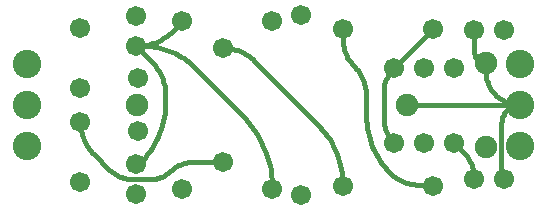
<source format=gtl>
G75*
G70*
%OFA0B0*%
%FSLAX24Y24*%
%IPPOS*%
%LPD*%
%AMOC8*
5,1,8,0,0,1.08239X$1,22.5*
%
%ADD10C,0.0670*%
%ADD11C,0.0750*%
%ADD12C,0.0950*%
%ADD13C,0.0160*%
D10*
X003565Y000970D03*
X005415Y000584D03*
X006966Y000730D03*
X005415Y001584D03*
X008301Y001654D03*
X009966Y000730D03*
X010927Y000545D03*
X012320Y000848D03*
X015320Y000848D03*
X016687Y001084D03*
X017687Y001084D03*
X016002Y002293D03*
X015002Y002293D03*
X014002Y002293D03*
X014002Y004773D03*
X015002Y004773D03*
X016002Y004773D03*
X016687Y006045D03*
X017687Y006045D03*
X015320Y006065D03*
X012320Y006065D03*
X010927Y006545D03*
X009966Y006340D03*
X008301Y005456D03*
X006966Y006340D03*
X005415Y006506D03*
X003565Y006120D03*
X005415Y005506D03*
X005482Y004429D03*
X003565Y004120D03*
X003565Y002970D03*
X005482Y002680D03*
D11*
X005462Y003545D03*
X014462Y003545D03*
X017069Y002135D03*
X017069Y004954D03*
D12*
X018210Y004923D03*
X018210Y003545D03*
X018210Y002167D03*
X001793Y002167D03*
X001793Y003545D03*
X001793Y004923D03*
D13*
X005937Y004983D02*
X005990Y004927D01*
X006041Y004868D01*
X006089Y004807D01*
X006133Y004744D01*
X006175Y004679D01*
X006213Y004611D01*
X006248Y004542D01*
X006279Y004471D01*
X006307Y004399D01*
X006331Y004326D01*
X006352Y004251D01*
X006369Y004176D01*
X006382Y004099D01*
X006391Y004023D01*
X006397Y003945D01*
X006399Y003868D01*
X006399Y003704D01*
X007330Y004829D02*
X007253Y004902D01*
X007173Y004972D01*
X007089Y005038D01*
X007003Y005101D01*
X006913Y005159D01*
X006822Y005213D01*
X006727Y005262D01*
X006631Y005308D01*
X006533Y005348D01*
X006433Y005385D01*
X006331Y005416D01*
X006228Y005443D01*
X006124Y005465D01*
X006018Y005482D01*
X005913Y005494D01*
X005806Y005502D01*
X005700Y005504D01*
X005559Y005362D01*
X005415Y005506D01*
X005559Y005362D02*
X005937Y004983D01*
X007330Y004828D02*
X008932Y003227D01*
X009354Y005019D02*
X009301Y005069D01*
X009246Y005117D01*
X009188Y005162D01*
X009128Y005204D01*
X009066Y005243D01*
X009003Y005279D01*
X008938Y005312D01*
X008871Y005342D01*
X008803Y005368D01*
X008733Y005391D01*
X008663Y005410D01*
X008591Y005426D01*
X008519Y005439D01*
X008447Y005448D01*
X008374Y005453D01*
X008301Y005455D01*
X009354Y005019D02*
X011453Y002920D01*
X013092Y003178D02*
X013092Y003817D01*
X013683Y004066D02*
X013683Y003063D01*
X014462Y003545D02*
X018210Y003545D01*
X018210Y003544D02*
X018163Y003543D01*
X018116Y003538D01*
X018070Y003530D01*
X018024Y003518D01*
X017980Y003502D01*
X017936Y003483D01*
X017895Y003461D01*
X017855Y003435D01*
X017818Y003407D01*
X017783Y003375D01*
X017750Y003341D01*
X017720Y003305D01*
X017694Y003266D01*
X017670Y003225D01*
X017650Y003183D01*
X017632Y003139D01*
X017619Y003094D01*
X017609Y003048D01*
X017603Y003001D01*
X017600Y002954D01*
X017600Y001246D01*
X017599Y001246D02*
X017603Y001220D01*
X017610Y001194D01*
X017620Y001169D01*
X017633Y001145D01*
X017648Y001123D01*
X017666Y001102D01*
X017686Y001084D01*
X016686Y001084D02*
X016684Y001150D01*
X016679Y001216D01*
X016670Y001282D01*
X016658Y001347D01*
X016643Y001411D01*
X016624Y001475D01*
X016602Y001537D01*
X016577Y001598D01*
X016548Y001658D01*
X016517Y001716D01*
X016482Y001772D01*
X016445Y001827D01*
X016404Y001879D01*
X016361Y001930D01*
X016316Y001978D01*
X016002Y002293D01*
X014835Y000887D02*
X014764Y000889D01*
X014693Y000894D01*
X014623Y000904D01*
X014553Y000917D01*
X014484Y000933D01*
X014416Y000953D01*
X014349Y000977D01*
X014284Y001004D01*
X014220Y001035D01*
X014158Y001069D01*
X014097Y001106D01*
X014039Y001146D01*
X013982Y001189D01*
X013928Y001235D01*
X013877Y001284D01*
X014835Y000887D02*
X015281Y000887D01*
X015320Y000848D01*
X012320Y000848D02*
X012305Y000864D01*
X012304Y000864D02*
X012301Y000998D01*
X012292Y001132D01*
X012276Y001266D01*
X012254Y001398D01*
X012227Y001530D01*
X012193Y001660D01*
X012153Y001788D01*
X012108Y001914D01*
X012056Y002039D01*
X011999Y002160D01*
X011936Y002279D01*
X011868Y002395D01*
X011795Y002507D01*
X011717Y002616D01*
X011633Y002722D01*
X011545Y002823D01*
X011452Y002920D01*
X013092Y003817D02*
X013090Y003890D01*
X013085Y003962D01*
X013076Y004034D01*
X013064Y004106D01*
X013048Y004177D01*
X013028Y004247D01*
X013005Y004316D01*
X012979Y004384D01*
X012950Y004450D01*
X012917Y004515D01*
X012881Y004578D01*
X012842Y004640D01*
X012801Y004699D01*
X012756Y004757D01*
X012708Y004812D01*
X012658Y004864D01*
X013941Y004689D02*
X014002Y004750D01*
X014002Y004773D01*
X015273Y006045D01*
X015283Y006054D01*
X015294Y006060D01*
X015307Y006064D01*
X015320Y006065D01*
X016687Y006045D02*
X016687Y005336D01*
X016689Y005299D01*
X016694Y005261D01*
X016703Y005225D01*
X016716Y005190D01*
X016732Y005156D01*
X016751Y005124D01*
X016774Y005094D01*
X016799Y005066D01*
X016827Y005041D01*
X016857Y005018D01*
X016889Y004999D01*
X016923Y004983D01*
X016958Y004970D01*
X016994Y004961D01*
X017032Y004956D01*
X017069Y004954D01*
X017069Y004687D01*
X017068Y004687D02*
X017070Y004621D01*
X017076Y004554D01*
X017085Y004489D01*
X017099Y004424D01*
X017116Y004359D01*
X017137Y004296D01*
X017161Y004235D01*
X017189Y004174D01*
X017221Y004116D01*
X017256Y004059D01*
X017294Y004005D01*
X017335Y003953D01*
X017379Y003903D01*
X017426Y003856D01*
X017476Y003812D01*
X017528Y003771D01*
X017582Y003733D01*
X017639Y003698D01*
X017697Y003666D01*
X017758Y003638D01*
X017819Y003614D01*
X017882Y003593D01*
X017947Y003576D01*
X018012Y003562D01*
X018077Y003553D01*
X018144Y003547D01*
X018210Y003545D01*
X013877Y001285D02*
X013786Y001380D01*
X013701Y001480D01*
X013620Y001583D01*
X013544Y001691D01*
X013474Y001802D01*
X013409Y001916D01*
X013350Y002033D01*
X013297Y002154D01*
X013249Y002276D01*
X013208Y002401D01*
X013173Y002528D01*
X013144Y002656D01*
X013122Y002785D01*
X013106Y002916D01*
X013096Y003047D01*
X013093Y003178D01*
X013682Y003063D02*
X013684Y002997D01*
X013690Y002932D01*
X013700Y002867D01*
X013714Y002802D01*
X013731Y002739D01*
X013753Y002677D01*
X013778Y002616D01*
X013807Y002557D01*
X013839Y002500D01*
X013875Y002444D01*
X013914Y002391D01*
X013956Y002341D01*
X014001Y002293D01*
X013683Y004066D02*
X013685Y004124D01*
X013691Y004181D01*
X013700Y004238D01*
X013713Y004294D01*
X013730Y004349D01*
X013750Y004403D01*
X013774Y004455D01*
X013801Y004506D01*
X013831Y004555D01*
X013865Y004602D01*
X013901Y004646D01*
X013941Y004688D01*
X012659Y004865D02*
X012614Y004912D01*
X012573Y004961D01*
X012534Y005013D01*
X012498Y005067D01*
X012465Y005122D01*
X012435Y005180D01*
X012409Y005239D01*
X012386Y005299D01*
X012366Y005361D01*
X012350Y005423D01*
X012337Y005487D01*
X012328Y005551D01*
X012323Y005615D01*
X012321Y005680D01*
X012320Y005680D02*
X012320Y006065D01*
X006966Y006340D02*
X006638Y006012D01*
X006580Y005957D01*
X006520Y005904D01*
X006458Y005854D01*
X006393Y005808D01*
X006326Y005764D01*
X006257Y005724D01*
X006186Y005686D01*
X006114Y005652D01*
X006040Y005622D01*
X005965Y005595D01*
X005888Y005571D01*
X005811Y005551D01*
X005733Y005534D01*
X005654Y005522D01*
X005575Y005512D01*
X005495Y005507D01*
X005415Y005505D01*
X006400Y003704D02*
X006397Y003566D01*
X006387Y003427D01*
X006371Y003290D01*
X006349Y003153D01*
X006320Y003018D01*
X006286Y002884D01*
X006245Y002751D01*
X006198Y002621D01*
X006145Y002493D01*
X006086Y002368D01*
X006021Y002245D01*
X005951Y002126D01*
X005875Y002010D01*
X005794Y001897D01*
X005708Y001789D01*
X005618Y001684D01*
X005522Y001584D01*
X005521Y001584D02*
X005415Y001584D01*
X005956Y001085D02*
X006012Y001087D01*
X006068Y001092D01*
X006123Y001101D01*
X006178Y001114D01*
X006231Y001130D01*
X006284Y001150D01*
X006335Y001173D01*
X006384Y001200D01*
X006432Y001229D01*
X006477Y001262D01*
X006520Y001297D01*
X006561Y001336D01*
X005956Y001084D02*
X005240Y001084D01*
X004530Y001378D02*
X004007Y001901D01*
X004530Y001378D02*
X004574Y001336D01*
X004621Y001298D01*
X004670Y001262D01*
X004721Y001229D01*
X004773Y001199D01*
X004828Y001172D01*
X004884Y001149D01*
X004941Y001129D01*
X005000Y001113D01*
X005059Y001100D01*
X005119Y001091D01*
X005179Y001086D01*
X005240Y001084D01*
X008932Y003227D02*
X009044Y003109D01*
X009152Y002986D01*
X009253Y002858D01*
X009348Y002725D01*
X009437Y002589D01*
X009520Y002448D01*
X009596Y002304D01*
X009665Y002156D01*
X009728Y002006D01*
X009783Y001852D01*
X009831Y001696D01*
X009872Y001538D01*
X009906Y001379D01*
X009932Y001218D01*
X009951Y001056D01*
X009962Y000893D01*
X009966Y000730D01*
X008301Y001654D02*
X008300Y001655D01*
X007334Y001655D01*
X007268Y001653D01*
X007202Y001647D01*
X007137Y001637D01*
X007072Y001623D01*
X007009Y001606D01*
X006946Y001584D01*
X006885Y001559D01*
X006826Y001530D01*
X006769Y001497D01*
X006713Y001462D01*
X006660Y001422D01*
X006609Y001380D01*
X006561Y001335D01*
X004008Y001902D02*
X003956Y001955D01*
X003908Y002011D01*
X003862Y002070D01*
X003820Y002131D01*
X003780Y002193D01*
X003743Y002258D01*
X003710Y002324D01*
X003680Y002392D01*
X003653Y002461D01*
X003630Y002531D01*
X003610Y002603D01*
X003594Y002675D01*
X003581Y002748D01*
X003572Y002822D01*
X003567Y002896D01*
X003565Y002970D01*
M02*

</source>
